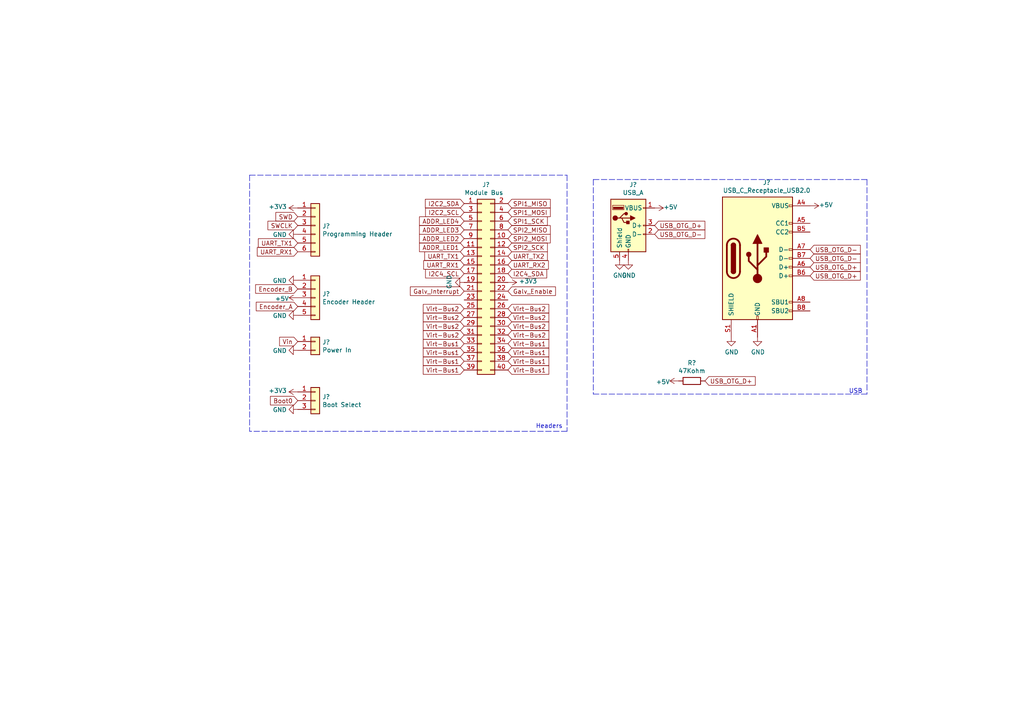
<source format=kicad_sch>
(kicad_sch (version 20210126) (generator eeschema)
  (paper "A4")
  (lib_symbols
    (symbol "Connector:USB_A" (pin_names (offset 1.016))
      (property "Reference" "J" (at -5.08 11.43 0))
      (property "Value" "USB_A" (at -5.08 8.89 0))
      (symbol "USB_A_0_1"
        (circle (center -3.81 2.159) (radius 0.635) (stroke (width 0.254)) (fill (type outline)))
        (circle (center -0.635 3.429) (radius 0.381) (stroke (width 0.254)) (fill (type outline)))
        (rectangle (start -5.08 -7.62) (end 5.08 7.62) (stroke (width 0.254)) (fill (type background)))
        (rectangle (start -1.524 4.826) (end -4.318 5.334) (fill (type outline)))
        (rectangle (start -1.27 4.572) (end -4.572 5.842))
        (rectangle (start -0.127 -7.62) (end 0.127 -6.858))
        (rectangle (start 0.254 1.27) (end -0.508 0.508) (stroke (width 0.254)) (fill (type outline)))
        (rectangle (start 5.08 -2.667) (end 4.318 -2.413))
        (rectangle (start 5.08 -0.127) (end 4.318 0.127))
        (rectangle (start 5.08 4.953) (end 4.318 5.207))
        (polyline (pts (xy -3.175 2.159) (xy -2.54 2.159) (xy -1.27 3.429) (xy -0.635 3.429)) (stroke (width 0.254)))
        (polyline (pts (xy -2.54 2.159) (xy -1.905 2.159) (xy -1.27 0.889) (xy 0 0.889)) (stroke (width 0.254)))
        (polyline (pts (xy 0.635 2.794) (xy 0.635 1.524) (xy 1.905 2.159) (xy 0.635 2.794)) (stroke (width 0.254)) (fill (type outline)))
      )
      (symbol "USB_A_1_1"
        (polyline (pts (xy -1.905 2.159) (xy 0.635 2.159)) (stroke (width 0.254)))
        (pin power_in line (at 7.62 5.08 180) (length 2.54) (name "VBUS") (number "1"))
        (pin bidirectional line (at 7.62 -2.54 180) (length 2.54) (name "D-") (number "2"))
        (pin bidirectional line (at 7.62 0 180) (length 2.54) (name "D+") (number "3"))
        (pin power_in line (at 0 -10.16 90) (length 2.54) (name "GND") (number "4"))
        (pin passive line (at -2.54 -10.16 90) (length 2.54) (name "Shield") (number "5"))
      )
    )
    (symbol "Connector:USB_C_Receptacle_USB2.0" (pin_names (offset 1.016))
      (property "Reference" "J" (at -10.16 19.05 0))
      (property "Value" "USB_C_Receptacle_USB2.0" (at 19.05 19.05 0))
      (symbol "USB_C_Receptacle_USB2.0_0_0"
        (rectangle (start -0.254 -17.78) (end 0.254 -16.764))
        (rectangle (start 10.16 -14.986) (end 9.144 -15.494))
        (rectangle (start 10.16 -12.446) (end 9.144 -12.954))
        (rectangle (start 10.16 -4.826) (end 9.144 -5.334))
        (rectangle (start 10.16 -2.286) (end 9.144 -2.794))
        (rectangle (start 10.16 0.254) (end 9.144 -0.254))
        (rectangle (start 10.16 2.794) (end 9.144 2.286))
        (rectangle (start 10.16 7.874) (end 9.144 7.366))
        (rectangle (start 10.16 10.414) (end 9.144 9.906))
        (rectangle (start 10.16 15.494) (end 9.144 14.986))
      )
      (symbol "USB_C_Receptacle_USB2.0_0_1"
        (arc (start -8.89 -3.81) (end -5.08 -3.81) (radius (at -6.985 -3.81) (length 1.905) (angles -179.9 -0.1)) (stroke (width 0.508)))
        (arc (start -7.62 -3.81) (end -6.35 -3.81) (radius (at -6.985 -3.81) (length 0.635) (angles -179.9 -0.1)) (stroke (width 0.254)))
        (arc (start -7.62 -3.81) (end -6.35 -3.81) (radius (at -6.985 -3.81) (length 0.635) (angles -179.9 -0.1)) (stroke (width 0.254)) (fill (type outline)))
        (arc (start -6.35 3.81) (end -7.62 3.81) (radius (at -6.985 3.81) (length 0.635) (angles 0.1 179.9)) (stroke (width 0.254)) (fill (type outline)))
        (arc (start -6.35 3.81) (end -7.62 3.81) (radius (at -6.985 3.81) (length 0.635) (angles 0.1 179.9)) (stroke (width 0.254)))
        (arc (start -5.08 3.81) (end -8.89 3.81) (radius (at -6.985 3.81) (length 1.905) (angles 0.1 179.9)) (stroke (width 0.508)))
        (circle (center -2.54 1.143) (radius 0.635) (stroke (width 0.254)) (fill (type outline)))
        (circle (center 0 -5.842) (radius 1.27) (fill (type outline)))
        (rectangle (start -10.16 17.78) (end 10.16 -17.78) (stroke (width 0.254)) (fill (type background)))
        (rectangle (start -7.62 -3.81) (end -6.35 3.81) (stroke (width 0.254)) (fill (type outline)))
        (rectangle (start 1.905 1.778) (end 3.175 3.048) (stroke (width 0.254)) (fill (type outline)))
        (polyline (pts (xy -8.89 -3.81) (xy -8.89 3.81)) (stroke (width 0.508)))
        (polyline (pts (xy -5.08 3.81) (xy -5.08 -3.81)) (stroke (width 0.508)))
        (polyline (pts (xy 0 -5.842) (xy 0 4.318)) (stroke (width 0.508)))
        (polyline (pts (xy 0 -3.302) (xy -2.54 -0.762) (xy -2.54 0.508)) (stroke (width 0.508)))
        (polyline (pts (xy 0 -2.032) (xy 2.54 0.508) (xy 2.54 1.778)) (stroke (width 0.508)))
        (polyline (pts (xy -1.27 4.318) (xy 0 6.858) (xy 1.27 4.318) (xy -1.27 4.318)) (stroke (width 0.254)) (fill (type outline)))
      )
      (symbol "USB_C_Receptacle_USB2.0_1_1"
        (pin passive line (at 0 -22.86 90) (length 5.08) (name "GND") (number "A1"))
        (pin passive line (at 0 -22.86 90) (length 5.08) hide (name "GND") (number "A12"))
        (pin passive line (at 15.24 15.24 180) (length 5.08) (name "VBUS") (number "A4"))
        (pin bidirectional line (at 15.24 10.16 180) (length 5.08) (name "CC1") (number "A5"))
        (pin bidirectional line (at 15.24 -2.54 180) (length 5.08) (name "D+") (number "A6"))
        (pin bidirectional line (at 15.24 2.54 180) (length 5.08) (name "D-") (number "A7"))
        (pin bidirectional line (at 15.24 -12.7 180) (length 5.08) (name "SBU1") (number "A8"))
        (pin passive line (at 15.24 15.24 180) (length 5.08) hide (name "VBUS") (number "A9"))
        (pin passive line (at 0 -22.86 90) (length 5.08) hide (name "GND") (number "B1"))
        (pin passive line (at 0 -22.86 90) (length 5.08) hide (name "GND") (number "B12"))
        (pin passive line (at 15.24 15.24 180) (length 5.08) hide (name "VBUS") (number "B4"))
        (pin bidirectional line (at 15.24 7.62 180) (length 5.08) (name "CC2") (number "B5"))
        (pin bidirectional line (at 15.24 -5.08 180) (length 5.08) (name "D+") (number "B6"))
        (pin bidirectional line (at 15.24 0 180) (length 5.08) (name "D-") (number "B7"))
        (pin bidirectional line (at 15.24 -15.24 180) (length 5.08) (name "SBU2") (number "B8"))
        (pin passive line (at 15.24 15.24 180) (length 5.08) hide (name "VBUS") (number "B9"))
        (pin passive line (at -7.62 -22.86 90) (length 5.08) (name "SHIELD") (number "S1"))
      )
    )
    (symbol "Connector_Generic:Conn_01x02" (pin_names (offset 1.016) hide)
      (property "Reference" "J" (at 0 2.54 0))
      (property "Value" "Conn_01x02" (at 0 -5.08 0))
      (symbol "Conn_01x02_1_1"
        (rectangle (start -1.27 -2.413) (end 0 -2.667) (stroke (width 0.1524)))
        (rectangle (start -1.27 0.127) (end 0 -0.127) (stroke (width 0.1524)))
        (rectangle (start -1.27 1.27) (end 1.27 -3.81) (stroke (width 0.254)) (fill (type background)))
        (pin passive line (at -5.08 0 0) (length 3.81) (name "Pin_1") (number "1"))
        (pin passive line (at -5.08 -2.54 0) (length 3.81) (name "Pin_2") (number "2"))
      )
    )
    (symbol "Connector_Generic:Conn_01x03" (pin_names (offset 1.016) hide)
      (property "Reference" "J" (at 0 5.08 0))
      (property "Value" "Conn_01x03" (at 0 -5.08 0))
      (symbol "Conn_01x03_1_1"
        (rectangle (start -1.27 -2.413) (end 0 -2.667) (stroke (width 0.1524)))
        (rectangle (start -1.27 2.667) (end 0 2.413) (stroke (width 0.1524)))
        (rectangle (start -1.27 3.81) (end 1.27 -3.81) (stroke (width 0.254)) (fill (type background)))
        (rectangle (start -1.27 0.127) (end 0 -0.127) (stroke (width 0.1524)))
        (pin passive line (at -5.08 2.54 0) (length 3.81) (name "Pin_1") (number "1"))
        (pin passive line (at -5.08 0 0) (length 3.81) (name "Pin_2") (number "2"))
        (pin passive line (at -5.08 -2.54 0) (length 3.81) (name "Pin_3") (number "3"))
      )
    )
    (symbol "Connector_Generic:Conn_01x05" (pin_names (offset 1.016) hide)
      (property "Reference" "J" (at 0 7.62 0))
      (property "Value" "Conn_01x05" (at 0 -7.62 0))
      (symbol "Conn_01x05_1_1"
        (rectangle (start -1.27 -4.953) (end 0 -5.207) (stroke (width 0.1524)))
        (rectangle (start -1.27 -2.413) (end 0 -2.667) (stroke (width 0.1524)))
        (rectangle (start -1.27 2.667) (end 0 2.413) (stroke (width 0.1524)))
        (rectangle (start -1.27 5.207) (end 0 4.953) (stroke (width 0.1524)))
        (rectangle (start -1.27 6.35) (end 1.27 -6.35) (stroke (width 0.254)) (fill (type background)))
        (rectangle (start -1.27 0.127) (end 0 -0.127) (stroke (width 0.1524)))
        (pin passive line (at -5.08 5.08 0) (length 3.81) (name "Pin_1") (number "1"))
        (pin passive line (at -5.08 2.54 0) (length 3.81) (name "Pin_2") (number "2"))
        (pin passive line (at -5.08 0 0) (length 3.81) (name "Pin_3") (number "3"))
        (pin passive line (at -5.08 -2.54 0) (length 3.81) (name "Pin_4") (number "4"))
        (pin passive line (at -5.08 -5.08 0) (length 3.81) (name "Pin_5") (number "5"))
      )
    )
    (symbol "Connector_Generic:Conn_01x06" (pin_names (offset 1.016) hide)
      (property "Reference" "J" (at 0 7.62 0))
      (property "Value" "Conn_01x06" (at 0 -10.16 0))
      (symbol "Conn_01x06_1_1"
        (rectangle (start -1.27 -4.953) (end 0 -5.207) (stroke (width 0.1524)))
        (rectangle (start -1.27 -7.493) (end 0 -7.747) (stroke (width 0.1524)))
        (rectangle (start -1.27 -2.413) (end 0 -2.667) (stroke (width 0.1524)))
        (rectangle (start -1.27 2.667) (end 0 2.413) (stroke (width 0.1524)))
        (rectangle (start -1.27 5.207) (end 0 4.953) (stroke (width 0.1524)))
        (rectangle (start -1.27 6.35) (end 1.27 -8.89) (stroke (width 0.254)) (fill (type background)))
        (rectangle (start -1.27 0.127) (end 0 -0.127) (stroke (width 0.1524)))
        (pin passive line (at -5.08 5.08 0) (length 3.81) (name "Pin_1") (number "1"))
        (pin passive line (at -5.08 2.54 0) (length 3.81) (name "Pin_2") (number "2"))
        (pin passive line (at -5.08 0 0) (length 3.81) (name "Pin_3") (number "3"))
        (pin passive line (at -5.08 -2.54 0) (length 3.81) (name "Pin_4") (number "4"))
        (pin passive line (at -5.08 -5.08 0) (length 3.81) (name "Pin_5") (number "5"))
        (pin passive line (at -5.08 -7.62 0) (length 3.81) (name "Pin_6") (number "6"))
      )
    )
    (symbol "Connector_Generic:Conn_02x20_Odd_Even" (pin_names (offset 1.016) hide)
      (property "Reference" "J" (at 1.27 25.4 0))
      (property "Value" "Conn_02x20_Odd_Even" (at 1.27 -27.94 0))
      (symbol "Conn_02x20_Odd_Even_1_1"
        (rectangle (start -1.27 -4.953) (end 0 -5.207) (stroke (width 0.1524)))
        (rectangle (start -1.27 -7.493) (end 0 -7.747) (stroke (width 0.1524)))
        (rectangle (start -1.27 -10.033) (end 0 -10.287) (stroke (width 0.1524)))
        (rectangle (start -1.27 -12.573) (end 0 -12.827) (stroke (width 0.1524)))
        (rectangle (start -1.27 -15.113) (end 0 -15.367) (stroke (width 0.1524)))
        (rectangle (start -1.27 -17.653) (end 0 -17.907) (stroke (width 0.1524)))
        (rectangle (start -1.27 -20.193) (end 0 -20.447) (stroke (width 0.1524)))
        (rectangle (start -1.27 -22.733) (end 0 -22.987) (stroke (width 0.1524)))
        (rectangle (start -1.27 -2.413) (end 0 -2.667) (stroke (width 0.1524)))
        (rectangle (start -1.27 -25.273) (end 0 -25.527) (stroke (width 0.1524)))
        (rectangle (start -1.27 2.667) (end 0 2.413) (stroke (width 0.1524)))
        (rectangle (start -1.27 5.207) (end 0 4.953) (stroke (width 0.1524)))
        (rectangle (start -1.27 7.747) (end 0 7.493) (stroke (width 0.1524)))
        (rectangle (start -1.27 10.287) (end 0 10.033) (stroke (width 0.1524)))
        (rectangle (start -1.27 0.127) (end 0 -0.127) (stroke (width 0.1524)))
        (rectangle (start -1.27 12.827) (end 0 12.573) (stroke (width 0.1524)))
        (rectangle (start -1.27 15.367) (end 0 15.113) (stroke (width 0.1524)))
        (rectangle (start -1.27 17.907) (end 0 17.653) (stroke (width 0.1524)))
        (rectangle (start -1.27 20.447) (end 0 20.193) (stroke (width 0.1524)))
        (rectangle (start -1.27 22.987) (end 0 22.733) (stroke (width 0.1524)))
        (rectangle (start -1.27 24.13) (end 3.81 -26.67) (stroke (width 0.254)) (fill (type background)))
        (rectangle (start 3.81 -4.953) (end 2.54 -5.207) (stroke (width 0.1524)))
        (rectangle (start 3.81 -7.493) (end 2.54 -7.747) (stroke (width 0.1524)))
        (rectangle (start 3.81 -10.033) (end 2.54 -10.287) (stroke (width 0.1524)))
        (rectangle (start 3.81 -12.573) (end 2.54 -12.827) (stroke (width 0.1524)))
        (rectangle (start 3.81 -15.113) (end 2.54 -15.367) (stroke (width 0.1524)))
        (rectangle (start 3.81 -17.653) (end 2.54 -17.907) (stroke (width 0.1524)))
        (rectangle (start 3.81 -20.193) (end 2.54 -20.447) (stroke (width 0.1524)))
        (rectangle (start 3.81 -22.733) (end 2.54 -22.987) (stroke (width 0.1524)))
        (rectangle (start 3.81 -2.413) (end 2.54 -2.667) (stroke (width 0.1524)))
        (rectangle (start 3.81 -25.273) (end 2.54 -25.527) (stroke (width 0.1524)))
        (rectangle (start 3.81 2.667) (end 2.54 2.413) (stroke (width 0.1524)))
        (rectangle (start 3.81 5.207) (end 2.54 4.953) (stroke (width 0.1524)))
        (rectangle (start 3.81 7.747) (end 2.54 7.493) (stroke (width 0.1524)))
        (rectangle (start 3.81 10.287) (end 2.54 10.033) (stroke (width 0.1524)))
        (rectangle (start 3.81 0.127) (end 2.54 -0.127) (stroke (width 0.1524)))
        (rectangle (start 3.81 12.827) (end 2.54 12.573) (stroke (width 0.1524)))
        (rectangle (start 3.81 15.367) (end 2.54 15.113) (stroke (width 0.1524)))
        (rectangle (start 3.81 17.907) (end 2.54 17.653) (stroke (width 0.1524)))
        (rectangle (start 3.81 20.447) (end 2.54 20.193) (stroke (width 0.1524)))
        (rectangle (start 3.81 22.987) (end 2.54 22.733) (stroke (width 0.1524)))
        (pin passive line (at -5.08 22.86 0) (length 3.81) (name "Pin_1") (number "1"))
        (pin passive line (at 7.62 12.7 180) (length 3.81) (name "Pin_10") (number "10"))
        (pin passive line (at -5.08 10.16 0) (length 3.81) (name "Pin_11") (number "11"))
        (pin passive line (at 7.62 10.16 180) (length 3.81) (name "Pin_12") (number "12"))
        (pin passive line (at -5.08 7.62 0) (length 3.81) (name "Pin_13") (number "13"))
        (pin passive line (at 7.62 7.62 180) (length 3.81) (name "Pin_14") (number "14"))
        (pin passive line (at -5.08 5.08 0) (length 3.81) (name "Pin_15") (number "15"))
        (pin passive line (at 7.62 5.08 180) (length 3.81) (name "Pin_16") (number "16"))
        (pin passive line (at -5.08 2.54 0) (length 3.81) (name "Pin_17") (number "17"))
        (pin passive line (at 7.62 2.54 180) (length 3.81) (name "Pin_18") (number "18"))
        (pin passive line (at -5.08 0 0) (length 3.81) (name "Pin_19") (number "19"))
        (pin passive line (at 7.62 22.86 180) (length 3.81) (name "Pin_2") (number "2"))
        (pin passive line (at 7.62 0 180) (length 3.81) (name "Pin_20") (number "20"))
        (pin passive line (at -5.08 -2.54 0) (length 3.81) (name "Pin_21") (number "21"))
        (pin passive line (at 7.62 -2.54 180) (length 3.81) (name "Pin_22") (number "22"))
        (pin passive line (at -5.08 -5.08 0) (length 3.81) (name "Pin_23") (number "23"))
        (pin passive line (at 7.62 -5.08 180) (length 3.81) (name "Pin_24") (number "24"))
        (pin passive line (at -5.08 -7.62 0) (length 3.81) (name "Pin_25") (number "25"))
        (pin passive line (at 7.62 -7.62 180) (length 3.81) (name "Pin_26") (number "26"))
        (pin passive line (at -5.08 -10.16 0) (length 3.81) (name "Pin_27") (number "27"))
        (pin passive line (at 7.62 -10.16 180) (length 3.81) (name "Pin_28") (number "28"))
        (pin passive line (at -5.08 -12.7 0) (length 3.81) (name "Pin_29") (number "29"))
        (pin passive line (at -5.08 20.32 0) (length 3.81) (name "Pin_3") (number "3"))
        (pin passive line (at 7.62 -12.7 180) (length 3.81) (name "Pin_30") (number "30"))
        (pin passive line (at -5.08 -15.24 0) (length 3.81) (name "Pin_31") (number "31"))
        (pin passive line (at 7.62 -15.24 180) (length 3.81) (name "Pin_32") (number "32"))
        (pin passive line (at -5.08 -17.78 0) (length 3.81) (name "Pin_33") (number "33"))
        (pin passive line (at 7.62 -17.78 180) (length 3.81) (name "Pin_34") (number "34"))
        (pin passive line (at -5.08 -20.32 0) (length 3.81) (name "Pin_35") (number "35"))
        (pin passive line (at 7.62 -20.32 180) (length 3.81) (name "Pin_36") (number "36"))
        (pin passive line (at -5.08 -22.86 0) (length 3.81) (name "Pin_37") (number "37"))
        (pin passive line (at 7.62 -22.86 180) (length 3.81) (name "Pin_38") (number "38"))
        (pin passive line (at -5.08 -25.4 0) (length 3.81) (name "Pin_39") (number "39"))
        (pin passive line (at 7.62 20.32 180) (length 3.81) (name "Pin_4") (number "4"))
        (pin passive line (at 7.62 -25.4 180) (length 3.81) (name "Pin_40") (number "40"))
        (pin passive line (at -5.08 17.78 0) (length 3.81) (name "Pin_5") (number "5"))
        (pin passive line (at 7.62 17.78 180) (length 3.81) (name "Pin_6") (number "6"))
        (pin passive line (at -5.08 15.24 0) (length 3.81) (name "Pin_7") (number "7"))
        (pin passive line (at 7.62 15.24 180) (length 3.81) (name "Pin_8") (number "8"))
        (pin passive line (at -5.08 12.7 0) (length 3.81) (name "Pin_9") (number "9"))
      )
    )
    (symbol "Device:R" (pin_numbers hide) (pin_names (offset 0))
      (property "Reference" "R" (at 2.032 0 90))
      (property "Value" "R" (at 0 0 90))
      (symbol "R_0_1"
        (rectangle (start -1.016 -2.54) (end 1.016 2.54) (stroke (width 0.254)))
      )
      (symbol "R_1_1"
        (pin passive line (at 0 3.81 270) (length 1.27) (name "~") (number "1"))
        (pin passive line (at 0 -3.81 90) (length 1.27) (name "~") (number "2"))
      )
    )
    (symbol "power:+3.3V" (power) (pin_names (offset 0))
      (property "Value" "+3.3V" (at 0 3.556 0))
      (symbol "+3.3V_0_1"
        (polyline (pts (xy -0.762 1.27) (xy 0 2.54)))
        (polyline (pts (xy 0 0) (xy 0 2.54)))
        (polyline (pts (xy 0 2.54) (xy 0.762 1.27)))
      )
      (symbol "+3.3V_1_1"
        (pin power_in line (at 0 0 90) (length 0) hide (name "+3V3") (number "1"))
      )
    )
    (symbol "power:+3V3" (power) (pin_names (offset 0))
      (property "Value" "+3V3" (at 0 3.556 0))
      (symbol "+3V3_0_1"
        (polyline (pts (xy -0.762 1.27) (xy 0 2.54)))
        (polyline (pts (xy 0 0) (xy 0 2.54)))
        (polyline (pts (xy 0 2.54) (xy 0.762 1.27)))
      )
      (symbol "+3V3_1_1"
        (pin power_in line (at 0 0 90) (length 0) hide (name "+3V3") (number "1"))
      )
    )
    (symbol "power:+5V" (power) (pin_names (offset 0))
      (property "Value" "+5V" (at 0 3.556 0))
      (symbol "+5V_0_1"
        (polyline (pts (xy -0.762 1.27) (xy 0 2.54)))
        (polyline (pts (xy 0 0) (xy 0 2.54)))
        (polyline (pts (xy 0 2.54) (xy 0.762 1.27)))
      )
      (symbol "+5V_1_1"
        (pin power_in line (at 0 0 90) (length 0) hide (name "+5V") (number "1"))
      )
    )
    (symbol "power:GND" (power) (pin_names (offset 0))
      (property "Value" "GND" (at 0 -3.81 0))
      (symbol "GND_0_1"
        (polyline (pts (xy 0 0) (xy 0 -1.27) (xy 1.27 -1.27) (xy 0 -2.54) (xy -1.27 -1.27) (xy 0 -1.27)))
      )
      (symbol "GND_1_1"
        (pin power_in line (at 0 0 270) (length 0) hide (name "GND") (number "1"))
      )
    )
  )
  (polyline (pts (xy 72.39 50.8) (xy 72.39 125.095)) (stroke (width 0) (type dash)))
  (polyline (pts (xy 72.39 50.8) (xy 164.465 50.8)) (stroke (width 0) (type dash)))
  (polyline (pts (xy 164.465 50.8) (xy 164.465 125.095)) (stroke (width 0) (type dash)))
  (polyline (pts (xy 164.465 125.095) (xy 72.39 125.095)) (stroke (width 0) (type dash)))
  (polyline (pts (xy 172.085 52.07) (xy 172.085 114.3)) (stroke (width 0) (type dash)))
  (polyline (pts (xy 172.085 52.07) (xy 251.46 52.07)) (stroke (width 0) (type dash)))
  (polyline (pts (xy 251.46 52.07) (xy 251.46 114.3)) (stroke (width 0) (type dash)))
  (polyline (pts (xy 251.46 114.3) (xy 172.085 114.3)) (stroke (width 0) (type dash)))
  (text "Headers\n" (at 163.195 124.46 180) (effects (font (size 1.27 1.27)) (justify right bottom)))
  (text "USB\n" (at 250.19 114.3 180) (effects (font (size 1.27 1.27)) (justify right bottom)))
  (global_label "SWD" (shape input) (at 86.36 62.865 180) (property "Intersheet References" "${INTERSHEET_REFS}" (effects hide)))
  (global_label "SWCLK" (shape input) (at 86.36 65.405 180) (property "Intersheet References" "${INTERSHEET_REFS}" (effects hide)))
  (global_label "UART_TX1" (shape input) (at 86.36 70.485 180) (property "Intersheet References" "${INTERSHEET_REFS}" (effects hide)))
  (global_label "UART_RX1" (shape input) (at 86.36 73.025 180) (property "Intersheet References" "${INTERSHEET_REFS}" (effects hide)))
  (global_label "Encoder_B" (shape input) (at 86.36 83.82 180) (property "Intersheet References" "${INTERSHEET_REFS}" (effects hide)))
  (global_label "Encoder_A" (shape input) (at 86.36 88.9 180) (property "Intersheet References" "${INTERSHEET_REFS}" (effects hide)))
  (global_label "Vin" (shape input) (at 86.36 99.06 180) (property "Intersheet References" "${INTERSHEET_REFS}" (effects hide)))
  (global_label "Boot0" (shape input) (at 86.36 116.205 180) (property "Intersheet References" "${INTERSHEET_REFS}" (effects hide)))
  (global_label "I2C2_SDA" (shape input) (at 134.62 59.055 180) (property "Intersheet References" "${INTERSHEET_REFS}" (effects hide)))
  (global_label "I2C2_SCL" (shape input) (at 134.62 61.595 180) (property "Intersheet References" "${INTERSHEET_REFS}" (effects hide)))
  (global_label "ADDR_LED4" (shape input) (at 134.62 64.135 180) (property "Intersheet References" "${INTERSHEET_REFS}" (effects hide)))
  (global_label "ADDR_LED3" (shape input) (at 134.62 66.675 180) (property "Intersheet References" "${INTERSHEET_REFS}" (effects hide)))
  (global_label "ADDR_LED2" (shape input) (at 134.62 69.215 180) (property "Intersheet References" "${INTERSHEET_REFS}" (effects hide)))
  (global_label "ADDR_LED1" (shape input) (at 134.62 71.755 180) (property "Intersheet References" "${INTERSHEET_REFS}" (effects hide)))
  (global_label "UART_TX1" (shape input) (at 134.62 74.295 180) (property "Intersheet References" "${INTERSHEET_REFS}" (effects hide)))
  (global_label "UART_RX1" (shape input) (at 134.62 76.835 180) (property "Intersheet References" "${INTERSHEET_REFS}" (effects hide)))
  (global_label "I2C4_SCL" (shape input) (at 134.62 79.375 180) (property "Intersheet References" "${INTERSHEET_REFS}" (effects hide)))
  (global_label "Galv_Interrupt" (shape input) (at 134.62 84.455 180) (property "Intersheet References" "${INTERSHEET_REFS}" (effects hide)))
  (global_label "Virt-Bus2" (shape input) (at 134.62 89.535 180) (property "Intersheet References" "${INTERSHEET_REFS}" (effects hide)))
  (global_label "Virt-Bus2" (shape input) (at 134.62 92.075 180) (property "Intersheet References" "${INTERSHEET_REFS}" (effects hide)))
  (global_label "Virt-Bus2" (shape input) (at 134.62 94.615 180) (property "Intersheet References" "${INTERSHEET_REFS}" (effects hide)))
  (global_label "Virt-Bus2" (shape input) (at 134.62 97.155 180) (property "Intersheet References" "${INTERSHEET_REFS}" (effects hide)))
  (global_label "Virt-Bus1" (shape input) (at 134.62 99.695 180) (property "Intersheet References" "${INTERSHEET_REFS}" (effects hide)))
  (global_label "Virt-Bus1" (shape input) (at 134.62 102.235 180) (property "Intersheet References" "${INTERSHEET_REFS}" (effects hide)))
  (global_label "Virt-Bus1" (shape input) (at 134.62 104.775 180) (property "Intersheet References" "${INTERSHEET_REFS}" (effects hide)))
  (global_label "Virt-Bus1" (shape input) (at 134.62 107.315 180) (property "Intersheet References" "${INTERSHEET_REFS}" (effects hide)))
  (global_label "SPI1_MISO" (shape input) (at 147.32 59.055 0) (property "Intersheet References" "${INTERSHEET_REFS}" (effects hide)))
  (global_label "SPI1_MOSI" (shape input) (at 147.32 61.595 0) (property "Intersheet References" "${INTERSHEET_REFS}" (effects hide)))
  (global_label "SPI1_SCK" (shape input) (at 147.32 64.135 0) (property "Intersheet References" "${INTERSHEET_REFS}" (effects hide)))
  (global_label "SPI2_MISO" (shape input) (at 147.32 66.675 0) (property "Intersheet References" "${INTERSHEET_REFS}" (effects hide)))
  (global_label "SPI2_MOSI" (shape input) (at 147.32 69.215 0) (property "Intersheet References" "${INTERSHEET_REFS}" (effects hide)))
  (global_label "SPI2_SCK" (shape input) (at 147.32 71.755 0) (property "Intersheet References" "${INTERSHEET_REFS}" (effects hide)))
  (global_label "UART_TX2" (shape input) (at 147.32 74.295 0) (property "Intersheet References" "${INTERSHEET_REFS}" (effects hide)))
  (global_label "UART_RX2" (shape input) (at 147.32 76.835 0) (property "Intersheet References" "${INTERSHEET_REFS}" (effects hide)))
  (global_label "I2C4_SDA" (shape input) (at 147.32 79.375 0) (property "Intersheet References" "${INTERSHEET_REFS}" (effects hide)))
  (global_label "Galv_Enable" (shape input) (at 147.32 84.455 0) (property "Intersheet References" "${INTERSHEET_REFS}" (effects hide)))
  (global_label "Virt-Bus2" (shape input) (at 147.32 89.535 0) (property "Intersheet References" "${INTERSHEET_REFS}" (effects hide)))
  (global_label "Virt-Bus2" (shape input) (at 147.32 92.075 0) (property "Intersheet References" "${INTERSHEET_REFS}" (effects hide)))
  (global_label "Virt-Bus2" (shape input) (at 147.32 94.615 0) (property "Intersheet References" "${INTERSHEET_REFS}" (effects hide)))
  (global_label "Virt-Bus2" (shape input) (at 147.32 97.155 0) (property "Intersheet References" "${INTERSHEET_REFS}" (effects hide)))
  (global_label "Virt-Bus1" (shape input) (at 147.32 99.695 0) (property "Intersheet References" "${INTERSHEET_REFS}" (effects hide)))
  (global_label "Virt-Bus1" (shape input) (at 147.32 102.235 0) (property "Intersheet References" "${INTERSHEET_REFS}" (effects hide)))
  (global_label "Virt-Bus1" (shape input) (at 147.32 104.775 0) (property "Intersheet References" "${INTERSHEET_REFS}" (effects hide)))
  (global_label "Virt-Bus1" (shape input) (at 147.32 107.315 0) (property "Intersheet References" "${INTERSHEET_REFS}" (effects hide)))
  (global_label "USB_OTG_D+" (shape input) (at 189.865 65.405 0) (property "Intersheet References" "${INTERSHEET_REFS}" (effects hide)))
  (global_label "USB_OTG_D-" (shape input) (at 189.865 67.945 0) (property "Intersheet References" "${INTERSHEET_REFS}" (effects hide)))
  (global_label "USB_OTG_D+" (shape input) (at 204.47 110.49 0) (property "Intersheet References" "${INTERSHEET_REFS}" (effects hide)))
  (global_label "USB_OTG_D-" (shape input) (at 234.95 72.39 0) (property "Intersheet References" "${INTERSHEET_REFS}" (effects hide)))
  (global_label "USB_OTG_D-" (shape input) (at 234.95 74.93 0) (property "Intersheet References" "${INTERSHEET_REFS}" (effects hide)))
  (global_label "USB_OTG_D+" (shape input) (at 234.95 77.47 0) (property "Intersheet References" "${INTERSHEET_REFS}" (effects hide)))
  (global_label "USB_OTG_D+" (shape input) (at 234.95 80.01 0) (property "Intersheet References" "${INTERSHEET_REFS}" (effects hide)))
  (symbol (lib_id "power:+3V3") (at 86.36 60.325 90) (unit 1)
    (property "Reference" "#PWR?" (effects hide))
    (property "Value" "+3V3" (at 83.1849 59.9567 90) (effects (justify left)))
  )
  (symbol (lib_id "power:+5V") (at 86.36 86.36 90) (unit 1)
    (property "Reference" "#PWR?" (effects hide))
    (property "Value" "+5V" (at 83.8199 86.6267 90) (effects (justify left)))
  )
  (symbol (lib_id "power:+3.3V") (at 86.36 113.665 90) (unit 1)
    (property "Reference" "#PWR?" (effects hide))
    (property "Value" "+3.3V" (at 83.1849 113.2967 90) (effects (justify left)))
  )
  (symbol (lib_id "power:+3V3") (at 147.32 81.915 270) (mirror x) (unit 1)
    (property "Reference" "#PWR?" (effects hide))
    (property "Value" "+3V3" (at 150.4951 81.5467 90) (effects (justify left)))
  )
  (symbol (lib_id "power:+5V") (at 189.865 60.325 270) (unit 1)
    (property "Reference" "#PWR?" (effects hide))
    (property "Value" "+5V" (at 192.4051 60.0583 90) (effects (justify left)))
  )
  (symbol (lib_id "power:+5V") (at 196.85 110.49 90) (unit 1)
    (property "Reference" "#PWR?" (effects hide))
    (property "Value" "+5V" (at 194.3099 110.7567 90) (effects (justify left)))
  )
  (symbol (lib_id "power:+5V") (at 234.95 59.69 270) (unit 1)
    (property "Reference" "#PWR?" (effects hide))
    (property "Value" "+5V" (at 237.4901 59.4233 90) (effects (justify left)))
  )
  (symbol (lib_id "power:GND") (at 86.36 67.945 270) (unit 1)
    (property "Reference" "#PWR?" (effects hide))
    (property "Value" "GND" (at 83.185 68.0593 90) (effects (justify right)))
  )
  (symbol (lib_id "power:GND") (at 86.36 81.28 270) (unit 1)
    (property "Reference" "#PWR?" (effects hide))
    (property "Value" "GND" (at 83.185 81.3943 90) (effects (justify right)))
  )
  (symbol (lib_id "power:GND") (at 86.36 91.44 270) (unit 1)
    (property "Reference" "#PWR?" (effects hide))
    (property "Value" "GND" (at 83.185 91.5543 90) (effects (justify right)))
  )
  (symbol (lib_id "power:GND") (at 86.36 101.6 270) (unit 1)
    (property "Reference" "#PWR?" (effects hide))
    (property "Value" "GND" (at 83.185 101.7143 90) (effects (justify right)))
  )
  (symbol (lib_id "power:GND") (at 86.36 118.745 270) (unit 1)
    (property "Reference" "#PWR?" (effects hide))
    (property "Value" "GND" (at 83.185 118.8593 90) (effects (justify right)))
  )
  (symbol (lib_id "power:GND") (at 134.62 81.915 270) (mirror x) (unit 1)
    (property "Reference" "#PWR?" (effects hide))
    (property "Value" "GND" (at 130.2956 81.8007 0))
  )
  (symbol (lib_id "power:GND") (at 179.705 75.565 0) (unit 1)
    (property "Reference" "#PWR?" (effects hide))
    (property "Value" "GND" (at 179.8193 79.8894 0))
  )
  (symbol (lib_id "power:GND") (at 182.245 75.565 0) (unit 1)
    (property "Reference" "#PWR?" (effects hide))
    (property "Value" "GND" (at 182.3593 79.8894 0))
  )
  (symbol (lib_id "power:GND") (at 212.09 97.79 0) (unit 1)
    (property "Reference" "#PWR?" (effects hide))
    (property "Value" "GND" (at 212.2043 102.1144 0))
  )
  (symbol (lib_id "power:GND") (at 219.71 97.79 0) (unit 1)
    (property "Reference" "#PWR?" (effects hide))
    (property "Value" "GND" (at 219.8243 102.1144 0))
  )
  (symbol (lib_id "Device:R") (at 200.66 110.49 90) (unit 1)
    (property "Reference" "R?" (at 200.66 105.2638 90))
    (property "Value" "47Kohm" (at 200.66 107.562 90))
    (property "Footprint" "Resistor_SMD:R_0805_2012Metric_Pad1.20x1.40mm_HandSolder" (effects hide))
  )
  (symbol (lib_id "Connector_Generic:Conn_01x02") (at 91.44 99.06 0) (unit 1)
    (property "Reference" "J?" (at 93.4721 99.2314 0) (effects (justify left)))
    (property "Value" "Power In" (at 93.472 101.53 0) (effects (justify left)))
    (property "Footprint" "TerminalBlock:TerminalBlock_bornier-2_P5.08mm" (effects hide))
  )
  (symbol (lib_id "Connector_Generic:Conn_01x03") (at 91.44 116.205 0) (unit 1)
    (property "Reference" "J?" (at 93.4721 115.1064 0) (effects (justify left)))
    (property "Value" "Boot Select" (at 93.472 117.405 0) (effects (justify left)))
    (property "Footprint" "Connector_PinSocket_2.54mm:PinSocket_1x03_P2.54mm_Vertical" (effects hide))
  )
  (symbol (lib_id "Connector_Generic:Conn_01x05") (at 91.44 86.36 0) (unit 1)
    (property "Reference" "J?" (at 93.4721 85.2614 0) (effects (justify left)))
    (property "Value" "Encoder Header" (at 93.472 87.56 0) (effects (justify left)))
    (property "Footprint" "Connector_PinSocket_2.54mm:PinSocket_1x05_P2.54mm_Vertical" (effects hide))
  )
  (symbol (lib_id "Connector_Generic:Conn_01x06") (at 91.44 65.405 0) (unit 1)
    (property "Reference" "J?" (at 93.4721 65.5764 0) (effects (justify left)))
    (property "Value" "Programming Header" (at 93.472 67.875 0) (effects (justify left)))
    (property "Footprint" "Connector_PinSocket_2.54mm:PinSocket_1x06_P2.54mm_Vertical" (effects hide))
  )
  (symbol (lib_id "Connector:USB_A") (at 182.245 65.405 0) (unit 1)
    (property "Reference" "J?" (at 183.642 53.5748 0))
    (property "Value" "USB_A" (at 183.642 55.8735 0))
    (property "Footprint" "Connector_USB:USB_A_Molex_105057_Vertical" (effects hide))
    (property "Datasheet" " ~" (effects hide))
    (property "LCSC" "C586225" (effects hide))
    (property "Orderd" "4" (effects hide))
  )
  (symbol (lib_id "Connector_Generic:Conn_02x20_Odd_Even") (at 139.7 81.915 0) (unit 1)
    (property "Reference" "J?" (at 140.97 53.5748 0))
    (property "Value" "Module Bus" (at 140.335 55.874 0))
    (property "Footprint" "Connector_PinSocket_2.54mm:PinSocket_2x20_P2.54mm_Vertical" (effects hide))
  )
  (symbol (lib_id "Connector:USB_C_Receptacle_USB2.0") (at 219.71 74.93 0) (unit 1)
    (property "Reference" "J?" (at 222.377 52.9398 0))
    (property "Value" "USB_C_Receptacle_USB2.0" (at 222.377 55.2385 0))
    (property "Footprint" "Connector_USB:USB_C_Receptacle_Palconn_UTC16-G" (effects hide))
    (property "Datasheet" "https://www.usb.org/sites/default/files/documents/usb_type-c.zip" (effects hide))
    (property "Orderd" "20" (effects hide))
  )
)
</source>
